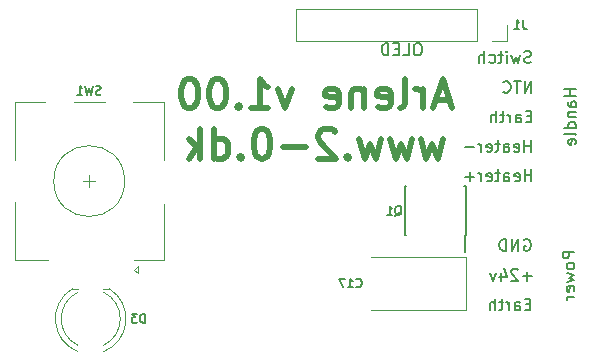
<source format=gbr>
G04 #@! TF.GenerationSoftware,KiCad,Pcbnew,5.1.10-88a1d61d58~90~ubuntu20.04.1*
G04 #@! TF.CreationDate,2021-08-06T19:03:49+02:00*
G04 #@! TF.ProjectId,arlene,61726c65-6e65-42e6-9b69-6361645f7063,v1.00*
G04 #@! TF.SameCoordinates,Original*
G04 #@! TF.FileFunction,Legend,Bot*
G04 #@! TF.FilePolarity,Positive*
%FSLAX46Y46*%
G04 Gerber Fmt 4.6, Leading zero omitted, Abs format (unit mm)*
G04 Created by KiCad (PCBNEW 5.1.10-88a1d61d58~90~ubuntu20.04.1) date 2021-08-06 19:03:49*
%MOMM*%
%LPD*%
G01*
G04 APERTURE LIST*
%ADD10C,0.150000*%
%ADD11C,0.500000*%
%ADD12C,0.120000*%
G04 APERTURE END LIST*
D10*
X173562380Y-92226666D02*
X172562380Y-92226666D01*
X173038571Y-92226666D02*
X173038571Y-92798095D01*
X173562380Y-92798095D02*
X172562380Y-92798095D01*
X173562380Y-93702857D02*
X173038571Y-93702857D01*
X172943333Y-93655238D01*
X172895714Y-93560000D01*
X172895714Y-93369523D01*
X172943333Y-93274285D01*
X173514761Y-93702857D02*
X173562380Y-93607619D01*
X173562380Y-93369523D01*
X173514761Y-93274285D01*
X173419523Y-93226666D01*
X173324285Y-93226666D01*
X173229047Y-93274285D01*
X173181428Y-93369523D01*
X173181428Y-93607619D01*
X173133809Y-93702857D01*
X172895714Y-94179047D02*
X173562380Y-94179047D01*
X172990952Y-94179047D02*
X172943333Y-94226666D01*
X172895714Y-94321904D01*
X172895714Y-94464761D01*
X172943333Y-94560000D01*
X173038571Y-94607619D01*
X173562380Y-94607619D01*
X173562380Y-95512380D02*
X172562380Y-95512380D01*
X173514761Y-95512380D02*
X173562380Y-95417142D01*
X173562380Y-95226666D01*
X173514761Y-95131428D01*
X173467142Y-95083809D01*
X173371904Y-95036190D01*
X173086190Y-95036190D01*
X172990952Y-95083809D01*
X172943333Y-95131428D01*
X172895714Y-95226666D01*
X172895714Y-95417142D01*
X172943333Y-95512380D01*
X173562380Y-96131428D02*
X173514761Y-96036190D01*
X173419523Y-95988571D01*
X172562380Y-95988571D01*
X173514761Y-96893333D02*
X173562380Y-96798095D01*
X173562380Y-96607619D01*
X173514761Y-96512380D01*
X173419523Y-96464761D01*
X173038571Y-96464761D01*
X172943333Y-96512380D01*
X172895714Y-96607619D01*
X172895714Y-96798095D01*
X172943333Y-96893333D01*
X173038571Y-96940952D01*
X173133809Y-96940952D01*
X173229047Y-96464761D01*
X173432380Y-105973809D02*
X172432380Y-105973809D01*
X172432380Y-106354761D01*
X172480000Y-106450000D01*
X172527619Y-106497619D01*
X172622857Y-106545238D01*
X172765714Y-106545238D01*
X172860952Y-106497619D01*
X172908571Y-106450000D01*
X172956190Y-106354761D01*
X172956190Y-105973809D01*
X173432380Y-107116666D02*
X173384761Y-107021428D01*
X173337142Y-106973809D01*
X173241904Y-106926190D01*
X172956190Y-106926190D01*
X172860952Y-106973809D01*
X172813333Y-107021428D01*
X172765714Y-107116666D01*
X172765714Y-107259523D01*
X172813333Y-107354761D01*
X172860952Y-107402380D01*
X172956190Y-107450000D01*
X173241904Y-107450000D01*
X173337142Y-107402380D01*
X173384761Y-107354761D01*
X173432380Y-107259523D01*
X173432380Y-107116666D01*
X172765714Y-107783333D02*
X173432380Y-107973809D01*
X172956190Y-108164285D01*
X173432380Y-108354761D01*
X172765714Y-108545238D01*
X173384761Y-109307142D02*
X173432380Y-109211904D01*
X173432380Y-109021428D01*
X173384761Y-108926190D01*
X173289523Y-108878571D01*
X172908571Y-108878571D01*
X172813333Y-108926190D01*
X172765714Y-109021428D01*
X172765714Y-109211904D01*
X172813333Y-109307142D01*
X172908571Y-109354761D01*
X173003809Y-109354761D01*
X173099047Y-108878571D01*
X173432380Y-109783333D02*
X172765714Y-109783333D01*
X172956190Y-109783333D02*
X172860952Y-109830952D01*
X172813333Y-109878571D01*
X172765714Y-109973809D01*
X172765714Y-110069047D01*
X160252380Y-88342380D02*
X160061904Y-88342380D01*
X159966666Y-88390000D01*
X159871428Y-88485238D01*
X159823809Y-88675714D01*
X159823809Y-89009047D01*
X159871428Y-89199523D01*
X159966666Y-89294761D01*
X160061904Y-89342380D01*
X160252380Y-89342380D01*
X160347619Y-89294761D01*
X160442857Y-89199523D01*
X160490476Y-89009047D01*
X160490476Y-88675714D01*
X160442857Y-88485238D01*
X160347619Y-88390000D01*
X160252380Y-88342380D01*
X158919047Y-89342380D02*
X159395238Y-89342380D01*
X159395238Y-88342380D01*
X158585714Y-88818571D02*
X158252380Y-88818571D01*
X158109523Y-89342380D02*
X158585714Y-89342380D01*
X158585714Y-88342380D01*
X158109523Y-88342380D01*
X157680952Y-89342380D02*
X157680952Y-88342380D01*
X157442857Y-88342380D01*
X157300000Y-88390000D01*
X157204761Y-88485238D01*
X157157142Y-88580476D01*
X157109523Y-88770952D01*
X157109523Y-88913809D01*
X157157142Y-89104285D01*
X157204761Y-89199523D01*
X157300000Y-89294761D01*
X157442857Y-89342380D01*
X157680952Y-89342380D01*
X169784285Y-94508571D02*
X169450952Y-94508571D01*
X169308095Y-95032380D02*
X169784285Y-95032380D01*
X169784285Y-94032380D01*
X169308095Y-94032380D01*
X168450952Y-95032380D02*
X168450952Y-94508571D01*
X168498571Y-94413333D01*
X168593809Y-94365714D01*
X168784285Y-94365714D01*
X168879523Y-94413333D01*
X168450952Y-94984761D02*
X168546190Y-95032380D01*
X168784285Y-95032380D01*
X168879523Y-94984761D01*
X168927142Y-94889523D01*
X168927142Y-94794285D01*
X168879523Y-94699047D01*
X168784285Y-94651428D01*
X168546190Y-94651428D01*
X168450952Y-94603809D01*
X167974761Y-95032380D02*
X167974761Y-94365714D01*
X167974761Y-94556190D02*
X167927142Y-94460952D01*
X167879523Y-94413333D01*
X167784285Y-94365714D01*
X167689047Y-94365714D01*
X167498571Y-94365714D02*
X167117619Y-94365714D01*
X167355714Y-94032380D02*
X167355714Y-94889523D01*
X167308095Y-94984761D01*
X167212857Y-95032380D01*
X167117619Y-95032380D01*
X166784285Y-95032380D02*
X166784285Y-94032380D01*
X166355714Y-95032380D02*
X166355714Y-94508571D01*
X166403333Y-94413333D01*
X166498571Y-94365714D01*
X166641428Y-94365714D01*
X166736666Y-94413333D01*
X166784285Y-94460952D01*
X169764285Y-89934761D02*
X169621428Y-89982380D01*
X169383333Y-89982380D01*
X169288095Y-89934761D01*
X169240476Y-89887142D01*
X169192857Y-89791904D01*
X169192857Y-89696666D01*
X169240476Y-89601428D01*
X169288095Y-89553809D01*
X169383333Y-89506190D01*
X169573809Y-89458571D01*
X169669047Y-89410952D01*
X169716666Y-89363333D01*
X169764285Y-89268095D01*
X169764285Y-89172857D01*
X169716666Y-89077619D01*
X169669047Y-89030000D01*
X169573809Y-88982380D01*
X169335714Y-88982380D01*
X169192857Y-89030000D01*
X168859523Y-89315714D02*
X168669047Y-89982380D01*
X168478571Y-89506190D01*
X168288095Y-89982380D01*
X168097619Y-89315714D01*
X167716666Y-89982380D02*
X167716666Y-89315714D01*
X167716666Y-88982380D02*
X167764285Y-89030000D01*
X167716666Y-89077619D01*
X167669047Y-89030000D01*
X167716666Y-88982380D01*
X167716666Y-89077619D01*
X167383333Y-89315714D02*
X167002380Y-89315714D01*
X167240476Y-88982380D02*
X167240476Y-89839523D01*
X167192857Y-89934761D01*
X167097619Y-89982380D01*
X167002380Y-89982380D01*
X166240476Y-89934761D02*
X166335714Y-89982380D01*
X166526190Y-89982380D01*
X166621428Y-89934761D01*
X166669047Y-89887142D01*
X166716666Y-89791904D01*
X166716666Y-89506190D01*
X166669047Y-89410952D01*
X166621428Y-89363333D01*
X166526190Y-89315714D01*
X166335714Y-89315714D01*
X166240476Y-89363333D01*
X165811904Y-89982380D02*
X165811904Y-88982380D01*
X165383333Y-89982380D02*
X165383333Y-89458571D01*
X165430952Y-89363333D01*
X165526190Y-89315714D01*
X165669047Y-89315714D01*
X165764285Y-89363333D01*
X165811904Y-89410952D01*
X169786666Y-92542380D02*
X169786666Y-91542380D01*
X169215238Y-92542380D01*
X169215238Y-91542380D01*
X168881904Y-91542380D02*
X168310476Y-91542380D01*
X168596190Y-92542380D02*
X168596190Y-91542380D01*
X167405714Y-92447142D02*
X167453333Y-92494761D01*
X167596190Y-92542380D01*
X167691428Y-92542380D01*
X167834285Y-92494761D01*
X167929523Y-92399523D01*
X167977142Y-92304285D01*
X168024761Y-92113809D01*
X168024761Y-91970952D01*
X167977142Y-91780476D01*
X167929523Y-91685238D01*
X167834285Y-91590000D01*
X167691428Y-91542380D01*
X167596190Y-91542380D01*
X167453333Y-91590000D01*
X167405714Y-91637619D01*
X169789523Y-100012380D02*
X169789523Y-99012380D01*
X169789523Y-99488571D02*
X169218095Y-99488571D01*
X169218095Y-100012380D02*
X169218095Y-99012380D01*
X168360952Y-99964761D02*
X168456190Y-100012380D01*
X168646666Y-100012380D01*
X168741904Y-99964761D01*
X168789523Y-99869523D01*
X168789523Y-99488571D01*
X168741904Y-99393333D01*
X168646666Y-99345714D01*
X168456190Y-99345714D01*
X168360952Y-99393333D01*
X168313333Y-99488571D01*
X168313333Y-99583809D01*
X168789523Y-99679047D01*
X167456190Y-100012380D02*
X167456190Y-99488571D01*
X167503809Y-99393333D01*
X167599047Y-99345714D01*
X167789523Y-99345714D01*
X167884761Y-99393333D01*
X167456190Y-99964761D02*
X167551428Y-100012380D01*
X167789523Y-100012380D01*
X167884761Y-99964761D01*
X167932380Y-99869523D01*
X167932380Y-99774285D01*
X167884761Y-99679047D01*
X167789523Y-99631428D01*
X167551428Y-99631428D01*
X167456190Y-99583809D01*
X167122857Y-99345714D02*
X166741904Y-99345714D01*
X166980000Y-99012380D02*
X166980000Y-99869523D01*
X166932380Y-99964761D01*
X166837142Y-100012380D01*
X166741904Y-100012380D01*
X166027619Y-99964761D02*
X166122857Y-100012380D01*
X166313333Y-100012380D01*
X166408571Y-99964761D01*
X166456190Y-99869523D01*
X166456190Y-99488571D01*
X166408571Y-99393333D01*
X166313333Y-99345714D01*
X166122857Y-99345714D01*
X166027619Y-99393333D01*
X165980000Y-99488571D01*
X165980000Y-99583809D01*
X166456190Y-99679047D01*
X165551428Y-100012380D02*
X165551428Y-99345714D01*
X165551428Y-99536190D02*
X165503809Y-99440952D01*
X165456190Y-99393333D01*
X165360952Y-99345714D01*
X165265714Y-99345714D01*
X164932380Y-99631428D02*
X164170476Y-99631428D01*
X164551428Y-100012380D02*
X164551428Y-99250476D01*
X169769523Y-97532380D02*
X169769523Y-96532380D01*
X169769523Y-97008571D02*
X169198095Y-97008571D01*
X169198095Y-97532380D02*
X169198095Y-96532380D01*
X168340952Y-97484761D02*
X168436190Y-97532380D01*
X168626666Y-97532380D01*
X168721904Y-97484761D01*
X168769523Y-97389523D01*
X168769523Y-97008571D01*
X168721904Y-96913333D01*
X168626666Y-96865714D01*
X168436190Y-96865714D01*
X168340952Y-96913333D01*
X168293333Y-97008571D01*
X168293333Y-97103809D01*
X168769523Y-97199047D01*
X167436190Y-97532380D02*
X167436190Y-97008571D01*
X167483809Y-96913333D01*
X167579047Y-96865714D01*
X167769523Y-96865714D01*
X167864761Y-96913333D01*
X167436190Y-97484761D02*
X167531428Y-97532380D01*
X167769523Y-97532380D01*
X167864761Y-97484761D01*
X167912380Y-97389523D01*
X167912380Y-97294285D01*
X167864761Y-97199047D01*
X167769523Y-97151428D01*
X167531428Y-97151428D01*
X167436190Y-97103809D01*
X167102857Y-96865714D02*
X166721904Y-96865714D01*
X166960000Y-96532380D02*
X166960000Y-97389523D01*
X166912380Y-97484761D01*
X166817142Y-97532380D01*
X166721904Y-97532380D01*
X166007619Y-97484761D02*
X166102857Y-97532380D01*
X166293333Y-97532380D01*
X166388571Y-97484761D01*
X166436190Y-97389523D01*
X166436190Y-97008571D01*
X166388571Y-96913333D01*
X166293333Y-96865714D01*
X166102857Y-96865714D01*
X166007619Y-96913333D01*
X165960000Y-97008571D01*
X165960000Y-97103809D01*
X166436190Y-97199047D01*
X165531428Y-97532380D02*
X165531428Y-96865714D01*
X165531428Y-97056190D02*
X165483809Y-96960952D01*
X165436190Y-96913333D01*
X165340952Y-96865714D01*
X165245714Y-96865714D01*
X164912380Y-97151428D02*
X164150476Y-97151428D01*
X169171904Y-104970000D02*
X169267142Y-104922380D01*
X169410000Y-104922380D01*
X169552857Y-104970000D01*
X169648095Y-105065238D01*
X169695714Y-105160476D01*
X169743333Y-105350952D01*
X169743333Y-105493809D01*
X169695714Y-105684285D01*
X169648095Y-105779523D01*
X169552857Y-105874761D01*
X169410000Y-105922380D01*
X169314761Y-105922380D01*
X169171904Y-105874761D01*
X169124285Y-105827142D01*
X169124285Y-105493809D01*
X169314761Y-105493809D01*
X168695714Y-105922380D02*
X168695714Y-104922380D01*
X168124285Y-105922380D01*
X168124285Y-104922380D01*
X167648095Y-105922380D02*
X167648095Y-104922380D01*
X167410000Y-104922380D01*
X167267142Y-104970000D01*
X167171904Y-105065238D01*
X167124285Y-105160476D01*
X167076666Y-105350952D01*
X167076666Y-105493809D01*
X167124285Y-105684285D01*
X167171904Y-105779523D01*
X167267142Y-105874761D01*
X167410000Y-105922380D01*
X167648095Y-105922380D01*
X169834285Y-108041428D02*
X169072380Y-108041428D01*
X169453333Y-108422380D02*
X169453333Y-107660476D01*
X168643809Y-107517619D02*
X168596190Y-107470000D01*
X168500952Y-107422380D01*
X168262857Y-107422380D01*
X168167619Y-107470000D01*
X168120000Y-107517619D01*
X168072380Y-107612857D01*
X168072380Y-107708095D01*
X168120000Y-107850952D01*
X168691428Y-108422380D01*
X168072380Y-108422380D01*
X167215238Y-107755714D02*
X167215238Y-108422380D01*
X167453333Y-107374761D02*
X167691428Y-108089047D01*
X167072380Y-108089047D01*
X166786666Y-107755714D02*
X166548571Y-108422380D01*
X166310476Y-107755714D01*
X169704285Y-110418571D02*
X169370952Y-110418571D01*
X169228095Y-110942380D02*
X169704285Y-110942380D01*
X169704285Y-109942380D01*
X169228095Y-109942380D01*
X168370952Y-110942380D02*
X168370952Y-110418571D01*
X168418571Y-110323333D01*
X168513809Y-110275714D01*
X168704285Y-110275714D01*
X168799523Y-110323333D01*
X168370952Y-110894761D02*
X168466190Y-110942380D01*
X168704285Y-110942380D01*
X168799523Y-110894761D01*
X168847142Y-110799523D01*
X168847142Y-110704285D01*
X168799523Y-110609047D01*
X168704285Y-110561428D01*
X168466190Y-110561428D01*
X168370952Y-110513809D01*
X167894761Y-110942380D02*
X167894761Y-110275714D01*
X167894761Y-110466190D02*
X167847142Y-110370952D01*
X167799523Y-110323333D01*
X167704285Y-110275714D01*
X167609047Y-110275714D01*
X167418571Y-110275714D02*
X167037619Y-110275714D01*
X167275714Y-109942380D02*
X167275714Y-110799523D01*
X167228095Y-110894761D01*
X167132857Y-110942380D01*
X167037619Y-110942380D01*
X166704285Y-110942380D02*
X166704285Y-109942380D01*
X166275714Y-110942380D02*
X166275714Y-110418571D01*
X166323333Y-110323333D01*
X166418571Y-110275714D01*
X166561428Y-110275714D01*
X166656666Y-110323333D01*
X166704285Y-110370952D01*
D11*
X162869047Y-93121666D02*
X161678571Y-93121666D01*
X163107142Y-93835952D02*
X162273809Y-91335952D01*
X161440476Y-93835952D01*
X160607142Y-93835952D02*
X160607142Y-92169285D01*
X160607142Y-92645476D02*
X160488095Y-92407380D01*
X160369047Y-92288333D01*
X160130952Y-92169285D01*
X159892857Y-92169285D01*
X158702380Y-93835952D02*
X158940476Y-93716904D01*
X159059523Y-93478809D01*
X159059523Y-91335952D01*
X156797619Y-93716904D02*
X157035714Y-93835952D01*
X157511904Y-93835952D01*
X157750000Y-93716904D01*
X157869047Y-93478809D01*
X157869047Y-92526428D01*
X157750000Y-92288333D01*
X157511904Y-92169285D01*
X157035714Y-92169285D01*
X156797619Y-92288333D01*
X156678571Y-92526428D01*
X156678571Y-92764523D01*
X157869047Y-93002619D01*
X155607142Y-92169285D02*
X155607142Y-93835952D01*
X155607142Y-92407380D02*
X155488095Y-92288333D01*
X155250000Y-92169285D01*
X154892857Y-92169285D01*
X154654761Y-92288333D01*
X154535714Y-92526428D01*
X154535714Y-93835952D01*
X152392857Y-93716904D02*
X152630952Y-93835952D01*
X153107142Y-93835952D01*
X153345238Y-93716904D01*
X153464285Y-93478809D01*
X153464285Y-92526428D01*
X153345238Y-92288333D01*
X153107142Y-92169285D01*
X152630952Y-92169285D01*
X152392857Y-92288333D01*
X152273809Y-92526428D01*
X152273809Y-92764523D01*
X153464285Y-93002619D01*
X149535714Y-92169285D02*
X148940476Y-93835952D01*
X148345238Y-92169285D01*
X146083333Y-93835952D02*
X147511904Y-93835952D01*
X146797619Y-93835952D02*
X146797619Y-91335952D01*
X147035714Y-91693095D01*
X147273809Y-91931190D01*
X147511904Y-92050238D01*
X145011904Y-93597857D02*
X144892857Y-93716904D01*
X145011904Y-93835952D01*
X145130952Y-93716904D01*
X145011904Y-93597857D01*
X145011904Y-93835952D01*
X143345238Y-91335952D02*
X143107142Y-91335952D01*
X142869047Y-91455000D01*
X142750000Y-91574047D01*
X142630952Y-91812142D01*
X142511904Y-92288333D01*
X142511904Y-92883571D01*
X142630952Y-93359761D01*
X142750000Y-93597857D01*
X142869047Y-93716904D01*
X143107142Y-93835952D01*
X143345238Y-93835952D01*
X143583333Y-93716904D01*
X143702380Y-93597857D01*
X143821428Y-93359761D01*
X143940476Y-92883571D01*
X143940476Y-92288333D01*
X143821428Y-91812142D01*
X143702380Y-91574047D01*
X143583333Y-91455000D01*
X143345238Y-91335952D01*
X140964285Y-91335952D02*
X140726190Y-91335952D01*
X140488095Y-91455000D01*
X140369047Y-91574047D01*
X140250000Y-91812142D01*
X140130952Y-92288333D01*
X140130952Y-92883571D01*
X140250000Y-93359761D01*
X140369047Y-93597857D01*
X140488095Y-93716904D01*
X140726190Y-93835952D01*
X140964285Y-93835952D01*
X141202380Y-93716904D01*
X141321428Y-93597857D01*
X141440476Y-93359761D01*
X141559523Y-92883571D01*
X141559523Y-92288333D01*
X141440476Y-91812142D01*
X141321428Y-91574047D01*
X141202380Y-91455000D01*
X140964285Y-91335952D01*
X162333333Y-96419285D02*
X161857142Y-98085952D01*
X161380952Y-96895476D01*
X160904761Y-98085952D01*
X160428571Y-96419285D01*
X159714285Y-96419285D02*
X159238095Y-98085952D01*
X158761904Y-96895476D01*
X158285714Y-98085952D01*
X157809523Y-96419285D01*
X157095238Y-96419285D02*
X156619047Y-98085952D01*
X156142857Y-96895476D01*
X155666666Y-98085952D01*
X155190476Y-96419285D01*
X154238095Y-97847857D02*
X154119047Y-97966904D01*
X154238095Y-98085952D01*
X154357142Y-97966904D01*
X154238095Y-97847857D01*
X154238095Y-98085952D01*
X153166666Y-95824047D02*
X153047619Y-95705000D01*
X152809523Y-95585952D01*
X152214285Y-95585952D01*
X151976190Y-95705000D01*
X151857142Y-95824047D01*
X151738095Y-96062142D01*
X151738095Y-96300238D01*
X151857142Y-96657380D01*
X153285714Y-98085952D01*
X151738095Y-98085952D01*
X150666666Y-97133571D02*
X148761904Y-97133571D01*
X147095238Y-95585952D02*
X146857142Y-95585952D01*
X146619047Y-95705000D01*
X146500000Y-95824047D01*
X146380952Y-96062142D01*
X146261904Y-96538333D01*
X146261904Y-97133571D01*
X146380952Y-97609761D01*
X146500000Y-97847857D01*
X146619047Y-97966904D01*
X146857142Y-98085952D01*
X147095238Y-98085952D01*
X147333333Y-97966904D01*
X147452380Y-97847857D01*
X147571428Y-97609761D01*
X147690476Y-97133571D01*
X147690476Y-96538333D01*
X147571428Y-96062142D01*
X147452380Y-95824047D01*
X147333333Y-95705000D01*
X147095238Y-95585952D01*
X145190476Y-97847857D02*
X145071428Y-97966904D01*
X145190476Y-98085952D01*
X145309523Y-97966904D01*
X145190476Y-97847857D01*
X145190476Y-98085952D01*
X142928571Y-98085952D02*
X142928571Y-95585952D01*
X142928571Y-97966904D02*
X143166666Y-98085952D01*
X143642857Y-98085952D01*
X143880952Y-97966904D01*
X144000000Y-97847857D01*
X144119047Y-97609761D01*
X144119047Y-96895476D01*
X144000000Y-96657380D01*
X143880952Y-96538333D01*
X143642857Y-96419285D01*
X143166666Y-96419285D01*
X142928571Y-96538333D01*
X141738095Y-98085952D02*
X141738095Y-95585952D01*
X141500000Y-97133571D02*
X140785714Y-98085952D01*
X140785714Y-96419285D02*
X141738095Y-97371666D01*
D12*
X130935000Y-109095000D02*
X131400000Y-109095000D01*
X133560000Y-109095000D02*
X134025000Y-109095000D01*
X133560429Y-113909479D02*
G75*
G03*
X133560000Y-109400316I-1080429J2254479D01*
G01*
X131399571Y-113909479D02*
G75*
G02*
X131400000Y-109400316I1080429J2254479D01*
G01*
X133560827Y-114442815D02*
G75*
G03*
X134024830Y-109095000I-1080827J2787815D01*
G01*
X131399173Y-114442815D02*
G75*
G02*
X130935170Y-109095000I1080827J2787815D01*
G01*
D10*
X164165000Y-104575000D02*
X164165000Y-105975000D01*
X159065000Y-104575000D02*
X159065000Y-100425000D01*
X164215000Y-104575000D02*
X164215000Y-100425000D01*
X159065000Y-104575000D02*
X159210000Y-104575000D01*
X159065000Y-100425000D02*
X159210000Y-100425000D01*
X164215000Y-100425000D02*
X164070000Y-100425000D01*
X164215000Y-104575000D02*
X164165000Y-104575000D01*
D12*
X135350000Y-100000000D02*
G75*
G03*
X135350000Y-100000000I-3000000J0D01*
G01*
X138650000Y-98200000D02*
X138650000Y-93300000D01*
X126050000Y-93300000D02*
X126050000Y-98200000D01*
X126050000Y-101800000D02*
X126050000Y-106700000D01*
X126050000Y-106700000D02*
X128850000Y-106700000D01*
X138650000Y-101900000D02*
X138650000Y-106700000D01*
X138650000Y-106700000D02*
X136150000Y-106700000D01*
X136150000Y-107500000D02*
X136450000Y-107800000D01*
X136450000Y-107800000D02*
X136450000Y-107200000D01*
X136450000Y-107200000D02*
X136150000Y-107500000D01*
X138650000Y-93300000D02*
X136050000Y-93300000D01*
X133650000Y-93300000D02*
X131050000Y-93300000D01*
X128650000Y-93300000D02*
X126050000Y-93300000D01*
X132850000Y-100000000D02*
X131850000Y-100000000D01*
X132350000Y-100500000D02*
X132350000Y-99500000D01*
X149850000Y-88130000D02*
X149850000Y-85470000D01*
X165150000Y-88130000D02*
X149850000Y-88130000D01*
X165150000Y-85470000D02*
X149850000Y-85470000D01*
X165150000Y-88130000D02*
X165150000Y-85470000D01*
X166420000Y-88130000D02*
X167750000Y-88130000D01*
X167750000Y-88130000D02*
X167750000Y-86800000D01*
X164287500Y-110920000D02*
X156227500Y-110920000D01*
X164287500Y-106400000D02*
X164287500Y-110920000D01*
X156227500Y-106400000D02*
X164287500Y-106400000D01*
D10*
X137083571Y-111999285D02*
X137083571Y-111249285D01*
X136905000Y-111249285D01*
X136797857Y-111285000D01*
X136726428Y-111356428D01*
X136690714Y-111427857D01*
X136655000Y-111570714D01*
X136655000Y-111677857D01*
X136690714Y-111820714D01*
X136726428Y-111892142D01*
X136797857Y-111963571D01*
X136905000Y-111999285D01*
X137083571Y-111999285D01*
X136405000Y-111249285D02*
X135940714Y-111249285D01*
X136190714Y-111535000D01*
X136083571Y-111535000D01*
X136012142Y-111570714D01*
X135976428Y-111606428D01*
X135940714Y-111677857D01*
X135940714Y-111856428D01*
X135976428Y-111927857D01*
X136012142Y-111963571D01*
X136083571Y-111999285D01*
X136297857Y-111999285D01*
X136369285Y-111963571D01*
X136405000Y-111927857D01*
X158241428Y-102930714D02*
X158312857Y-102895000D01*
X158384285Y-102823571D01*
X158491428Y-102716428D01*
X158562857Y-102680714D01*
X158634285Y-102680714D01*
X158598571Y-102859285D02*
X158670000Y-102823571D01*
X158741428Y-102752142D01*
X158777142Y-102609285D01*
X158777142Y-102359285D01*
X158741428Y-102216428D01*
X158670000Y-102145000D01*
X158598571Y-102109285D01*
X158455714Y-102109285D01*
X158384285Y-102145000D01*
X158312857Y-102216428D01*
X158277142Y-102359285D01*
X158277142Y-102609285D01*
X158312857Y-102752142D01*
X158384285Y-102823571D01*
X158455714Y-102859285D01*
X158598571Y-102859285D01*
X157562857Y-102859285D02*
X157991428Y-102859285D01*
X157777142Y-102859285D02*
X157777142Y-102109285D01*
X157848571Y-102216428D01*
X157920000Y-102287857D01*
X157991428Y-102323571D01*
X133330000Y-92633571D02*
X133222857Y-92669285D01*
X133044285Y-92669285D01*
X132972857Y-92633571D01*
X132937142Y-92597857D01*
X132901428Y-92526428D01*
X132901428Y-92455000D01*
X132937142Y-92383571D01*
X132972857Y-92347857D01*
X133044285Y-92312142D01*
X133187142Y-92276428D01*
X133258571Y-92240714D01*
X133294285Y-92205000D01*
X133330000Y-92133571D01*
X133330000Y-92062142D01*
X133294285Y-91990714D01*
X133258571Y-91955000D01*
X133187142Y-91919285D01*
X133008571Y-91919285D01*
X132901428Y-91955000D01*
X132651428Y-91919285D02*
X132472857Y-92669285D01*
X132330000Y-92133571D01*
X132187142Y-92669285D01*
X132008571Y-91919285D01*
X131330000Y-92669285D02*
X131758571Y-92669285D01*
X131544285Y-92669285D02*
X131544285Y-91919285D01*
X131615714Y-92026428D01*
X131687142Y-92097857D01*
X131758571Y-92133571D01*
X169090000Y-86379285D02*
X169090000Y-86915000D01*
X169125714Y-87022142D01*
X169197142Y-87093571D01*
X169304285Y-87129285D01*
X169375714Y-87129285D01*
X168340000Y-87129285D02*
X168768571Y-87129285D01*
X168554285Y-87129285D02*
X168554285Y-86379285D01*
X168625714Y-86486428D01*
X168697142Y-86557857D01*
X168768571Y-86593571D01*
X154942142Y-108927857D02*
X154977857Y-108963571D01*
X155085000Y-108999285D01*
X155156428Y-108999285D01*
X155263571Y-108963571D01*
X155335000Y-108892142D01*
X155370714Y-108820714D01*
X155406428Y-108677857D01*
X155406428Y-108570714D01*
X155370714Y-108427857D01*
X155335000Y-108356428D01*
X155263571Y-108285000D01*
X155156428Y-108249285D01*
X155085000Y-108249285D01*
X154977857Y-108285000D01*
X154942142Y-108320714D01*
X154227857Y-108999285D02*
X154656428Y-108999285D01*
X154442142Y-108999285D02*
X154442142Y-108249285D01*
X154513571Y-108356428D01*
X154585000Y-108427857D01*
X154656428Y-108463571D01*
X153977857Y-108249285D02*
X153477857Y-108249285D01*
X153799285Y-108999285D01*
M02*

</source>
